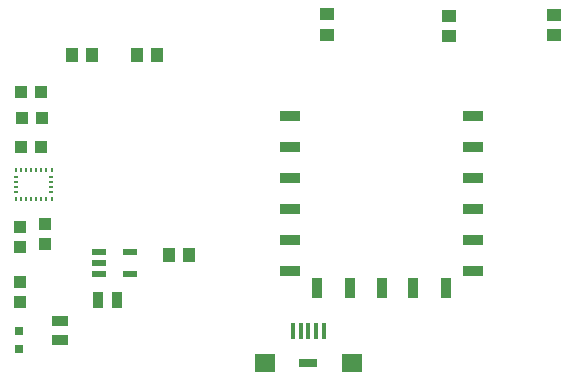
<source format=gbr>
G04 EAGLE Gerber RS-274X export*
G75*
%MOMM*%
%FSLAX34Y34*%
%LPD*%
%INSolderpaste Top*%
%IPPOS*%
%AMOC8*
5,1,8,0,0,1.08239X$1,22.5*%
G01*
%ADD10R,1.000000X1.100000*%
%ADD11R,1.100000X1.000000*%
%ADD12R,1.447800X0.965200*%
%ADD13R,0.965200X1.447800*%
%ADD14R,0.400000X1.450000*%
%ADD15R,1.800000X1.500000*%
%ADD16R,1.500000X0.700000*%
%ADD17R,0.800000X0.800000*%
%ADD18R,1.005600X1.199997*%
%ADD19R,1.199997X1.005600*%
%ADD20R,1.778000X0.914400*%
%ADD21R,0.914400X1.778000*%
%ADD22R,0.270000X0.450000*%
%ADD23R,0.450000X0.270000*%
%ADD24R,1.200000X0.600000*%


D10*
X43100Y141400D03*
X43100Y124400D03*
D11*
X22550Y252900D03*
X39550Y252900D03*
X23450Y230400D03*
X40450Y230400D03*
X22850Y206400D03*
X39850Y206400D03*
D10*
X21500Y138900D03*
X21500Y121900D03*
D12*
X55600Y59005D03*
X55600Y42495D03*
D13*
X87595Y77000D03*
X104105Y77000D03*
D14*
X265850Y50550D03*
X259350Y50550D03*
X252850Y50550D03*
X272350Y50550D03*
X278850Y50550D03*
D15*
X229010Y23300D03*
D16*
X265850Y23300D03*
D15*
X302690Y23300D03*
D17*
X21050Y50500D03*
X21050Y35500D03*
D18*
X65372Y283700D03*
X82428Y283700D03*
X120622Y283700D03*
X137678Y283700D03*
D19*
X281900Y301422D03*
X281900Y318478D03*
X384650Y300172D03*
X384650Y317228D03*
X473850Y318028D03*
X473850Y300972D03*
D18*
X165128Y114500D03*
X148072Y114500D03*
D11*
X22000Y92200D03*
X22000Y75200D03*
D20*
X250350Y153500D03*
X250350Y206000D03*
X250350Y127250D03*
X250350Y179750D03*
X250350Y232250D03*
X250350Y101000D03*
X405350Y179750D03*
X405350Y153500D03*
X405350Y127250D03*
X405350Y206000D03*
X405350Y232250D03*
X405350Y101000D03*
D21*
X273350Y86500D03*
X301350Y86500D03*
X327850Y86500D03*
X354350Y86500D03*
X382350Y86500D03*
D22*
X48450Y162150D03*
D23*
X48150Y167950D03*
X48150Y172250D03*
X48150Y176550D03*
X48150Y180850D03*
D22*
X48450Y186650D03*
X44150Y186650D03*
X39850Y186650D03*
X35550Y186650D03*
X31250Y186650D03*
X26950Y186650D03*
X22650Y186650D03*
X18350Y186650D03*
D23*
X18650Y180850D03*
X18650Y176550D03*
X18650Y172250D03*
X18650Y167950D03*
D22*
X18350Y162150D03*
X22650Y162150D03*
X26950Y162150D03*
X31250Y162150D03*
X35550Y162150D03*
X39850Y162150D03*
X44150Y162150D03*
D24*
X114710Y117700D03*
X114710Y98700D03*
X88590Y117700D03*
X88590Y108200D03*
X88590Y98700D03*
M02*

</source>
